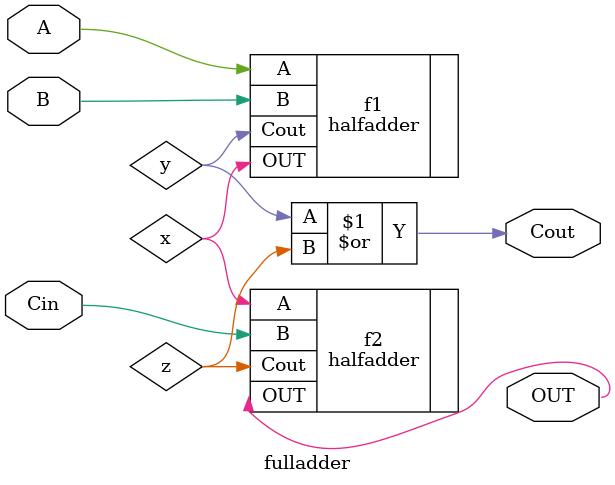
<source format=v>
`timescale 1ns / 1ps


module fulladder( input A, input B, input Cin, output OUT, output Cout);
  wire x,y,z;
  halfadder f1(.A(A), .B(B),.OUT(x), .Cout(y));
  halfadder f2(.A(x), .B(Cin),.OUT(OUT), .Cout(z));
  or f3(Cout, y, z);  //Carry Out
endmodule

</source>
